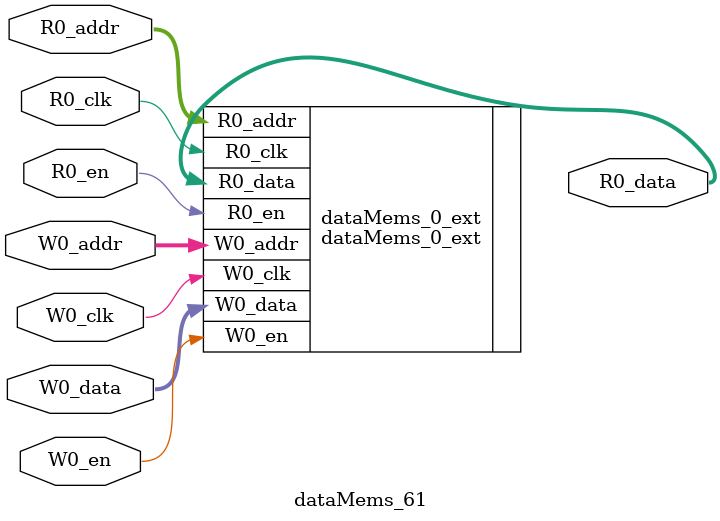
<source format=sv>
`ifndef RANDOMIZE
  `ifdef RANDOMIZE_REG_INIT
    `define RANDOMIZE
  `endif // RANDOMIZE_REG_INIT
`endif // not def RANDOMIZE
`ifndef RANDOMIZE
  `ifdef RANDOMIZE_MEM_INIT
    `define RANDOMIZE
  `endif // RANDOMIZE_MEM_INIT
`endif // not def RANDOMIZE

`ifndef RANDOM
  `define RANDOM $random
`endif // not def RANDOM

// Users can define 'PRINTF_COND' to add an extra gate to prints.
`ifndef PRINTF_COND_
  `ifdef PRINTF_COND
    `define PRINTF_COND_ (`PRINTF_COND)
  `else  // PRINTF_COND
    `define PRINTF_COND_ 1
  `endif // PRINTF_COND
`endif // not def PRINTF_COND_

// Users can define 'ASSERT_VERBOSE_COND' to add an extra gate to assert error printing.
`ifndef ASSERT_VERBOSE_COND_
  `ifdef ASSERT_VERBOSE_COND
    `define ASSERT_VERBOSE_COND_ (`ASSERT_VERBOSE_COND)
  `else  // ASSERT_VERBOSE_COND
    `define ASSERT_VERBOSE_COND_ 1
  `endif // ASSERT_VERBOSE_COND
`endif // not def ASSERT_VERBOSE_COND_

// Users can define 'STOP_COND' to add an extra gate to stop conditions.
`ifndef STOP_COND_
  `ifdef STOP_COND
    `define STOP_COND_ (`STOP_COND)
  `else  // STOP_COND
    `define STOP_COND_ 1
  `endif // STOP_COND
`endif // not def STOP_COND_

// Users can define INIT_RANDOM as general code that gets injected into the
// initializer block for modules with registers.
`ifndef INIT_RANDOM
  `define INIT_RANDOM
`endif // not def INIT_RANDOM

// If using random initialization, you can also define RANDOMIZE_DELAY to
// customize the delay used, otherwise 0.002 is used.
`ifndef RANDOMIZE_DELAY
  `define RANDOMIZE_DELAY 0.002
`endif // not def RANDOMIZE_DELAY

// Define INIT_RANDOM_PROLOG_ for use in our modules below.
`ifndef INIT_RANDOM_PROLOG_
  `ifdef RANDOMIZE
    `ifdef VERILATOR
      `define INIT_RANDOM_PROLOG_ `INIT_RANDOM
    `else  // VERILATOR
      `define INIT_RANDOM_PROLOG_ `INIT_RANDOM #`RANDOMIZE_DELAY begin end
    `endif // VERILATOR
  `else  // RANDOMIZE
    `define INIT_RANDOM_PROLOG_
  `endif // RANDOMIZE
`endif // not def INIT_RANDOM_PROLOG_

// Include register initializers in init blocks unless synthesis is set
`ifndef SYNTHESIS
  `ifndef ENABLE_INITIAL_REG_
    `define ENABLE_INITIAL_REG_
  `endif // not def ENABLE_INITIAL_REG_
`endif // not def SYNTHESIS

// Include rmemory initializers in init blocks unless synthesis is set
`ifndef SYNTHESIS
  `ifndef ENABLE_INITIAL_MEM_
    `define ENABLE_INITIAL_MEM_
  `endif // not def ENABLE_INITIAL_MEM_
`endif // not def SYNTHESIS

module dataMems_61(	// @[generators/ara/src/main/scala/UnsafeAXI4ToTL.scala:365:62]
  input  [4:0]  R0_addr,
  input         R0_en,
  input         R0_clk,
  output [66:0] R0_data,
  input  [4:0]  W0_addr,
  input         W0_en,
  input         W0_clk,
  input  [66:0] W0_data
);

  dataMems_0_ext dataMems_0_ext (	// @[generators/ara/src/main/scala/UnsafeAXI4ToTL.scala:365:62]
    .R0_addr (R0_addr),
    .R0_en   (R0_en),
    .R0_clk  (R0_clk),
    .R0_data (R0_data),
    .W0_addr (W0_addr),
    .W0_en   (W0_en),
    .W0_clk  (W0_clk),
    .W0_data (W0_data)
  );
endmodule


</source>
